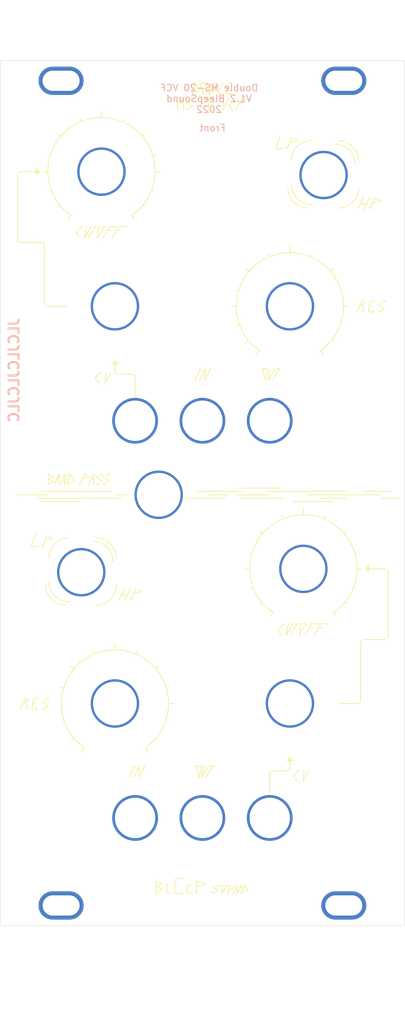
<source format=kicad_pcb>
(kicad_pcb (version 20211014) (generator pcbnew)
  (layers (0 "F.Cu" signal) (31 "B.Cu" signal) (34 "B.Paste" user) (35 "F.Paste" user) (36 "B.SilkS" user "B.Silkscreen") (37 "F.SilkS" user "F.Silkscreen") (38 "B.Mask" user) (39 "F.Mask" user) (44 "Edge.Cuts" user))
  (net 0 "")
  (net 1 "GND")
  (footprint "Synth:Doepfer Mounting hole" (layer "F.Cu") (at 71.5 36.1)
    (fp_text reference "H1" hide)
    (fp_text value "MountingHole_Pad")
    (pad "1" thru_hole oval locked (at 0 0) (size 6.7 4.2) (drill oval 5.5 3) (layers *.Cu *.Mask) (net 1 "GND"))
  )
  (footprint "Synth:Doepfer Mounting hole" (layer "F.Cu") (at 113.5 36.1)
    (fp_text reference "H2" hide)
    (fp_text value "MountingHole_Pad")
    (pad "1" thru_hole oval locked (at 0 0) (size 6.7 4.2) (drill oval 5.5 3) (layers *.Cu *.Mask) (net 1 "GND"))
  )
  (footprint "Synth:Doepfer Mounting hole" (layer "F.Cu") (at 113.5 158.6)
    (fp_text reference "H3" hide)
    (fp_text value "MountingHole_Pad")
    (pad "1" thru_hole oval locked (at 0 0) (size 6.7 4.2) (drill oval 5.5 3) (layers *.Cu *.Mask) (net 1 "GND"))
  )
  (footprint "Synth:Doepfer Mounting hole" (layer "F.Cu") (at 71.5 158.6)
    (fp_text reference "H4" hide)
    (fp_text value "MountingHole_Pad")
    (pad "1" thru_hole oval locked (at 0 0) (size 6.7 4.2) (drill oval 5.5 3) (layers *.Cu *.Mask) (net 1 "GND"))
  )
  (gr_line (start 68.5 97.1) (end 79 97.1) (layer "F.SilkS") (width 0.12))
  (gr_line (start 74.5 98.6) (end 68.5 98.6) (layer "F.SilkS") (width 0.12))
  (gr_line (start 68 98.1) (end 80.5 98.1) (layer "F.SilkS") (width 0.12))
  (gr_line (start 64.75 97.6) (end 69.5 97.6) (layer "F.SilkS") (width 0.12))
  (gr_line (start 104.5 98.1) (end 98 98.1) (layer "F.SilkS") (width 0.12))
  (gr_line (start 98.5 97.1) (end 91.5 97.1) (layer "F.SilkS") (width 0.12))
  (gr_line (start 96 98.1) (end 90 98.1) (layer "F.SilkS") (width 0.12))
  (gr_line (start 102 97.1) (end 114 97.1) (layer "F.SilkS") (width 0.12))
  (gr_line (start 86.6 155.4) (end 85.6 155) (layer "F.SilkS") (width 0.12))
  (gr_line (start 91.4 156.6) (end 91.6 156.8) (layer "F.SilkS") (width 0.12))
  (gr_line (start 96.2 155.6) (end 95.4 155.6) (layer "F.SilkS") (width 0.12))
  (gr_line (start 98.8 155.6) (end 99.2 156.4) (layer "F.SilkS") (width 0.12))
  (gr_arc (start 112.2 45.5) (mid 114.32132 46.37868) (end 115.2 48.5) (layer "F.SilkS") (width 0.12))
  (gr_arc (start 108.7 54.5) (mid 106.57868 53.62132) (end 105.7 51.5) (layer "F.SilkS") (width 0.12))
  (gr_arc (start 115.7 52) (mid 114.82132 54.12132) (end 112.7 55) (layer "F.SilkS") (width 0.12))
  (gr_arc (start 108.2 55) (mid 106.07868 54.12132) (end 105.2 52) (layer "F.SilkS") (width 0.12))
  (gr_arc (start 105.7 48) (mid 106.57868 45.87868) (end 108.7 45) (layer "F.SilkS") (width 0.12))
  (gr_arc (start 112.7 45) (mid 114.82132 45.87868) (end 115.7 48) (layer "F.SilkS") (width 0.12))
  (gr_arc (start 119.6 108.6) (mid 119.953553 108.746447) (end 120.1 109.1) (layer "F.SilkS") (width 0.12))
  (gr_line (start 115.5 128.6) (end 112.653553 128.6) (layer "F.SilkS") (width 0.12))
  (gr_arc (start 76.7 104) (mid 78.82132 104.87868) (end 79.7 107) (layer "F.SilkS") (width 0.12))
  (gr_arc (start 69.7 107) (mid 70.57868 104.87868) (end 72.7 104) (layer "F.SilkS") (width 0.12))
  (gr_arc (start 72.2 114) (mid 70.07868 113.12132) (end 69.2 111) (layer "F.SilkS") (width 0.12))
  (gr_arc (start 79.7 111) (mid 78.82132 113.12132) (end 76.7 114) (layer "F.SilkS") (width 0.12))
  (gr_arc (start 72.7 113.5) (mid 70.57868 112.62132) (end 69.7 110.5) (layer "F.SilkS") (width 0.12))
  (gr_arc (start 76.2 104.5) (mid 78.32132 105.37868) (end 79.2 107.5) (layer "F.SilkS") (width 0.12))
  (gr_line (start 116 119.6) (end 116 128.1) (layer "F.SilkS") (width 0.12))
  (gr_arc (start 116 119.6) (mid 116.146447 119.246447) (end 116.5 119.1) (layer "F.SilkS") (width 0.12))
  (gr_line (start 117.2 108.6) (end 119.613389 108.6) (layer "F.SilkS") (width 0.12))
  (gr_arc (start 116 128.1) (mid 115.853553 128.453553) (end 115.5 128.6) (layer "F.SilkS") (width 0.12))
  (gr_poly (pts (xy 116.7 108.6) (xy 117.2 108.1) (xy 117.2 109.1)) (layer "F.SilkS") (width 0.1) (fill solid))
  (gr_line (start 120.1 109.1) (end 120.1 118.6) (layer "F.SilkS") (width 0.12))
  (gr_line (start 107.125 116.75) (end 107.925 116.75) (layer "F.SilkS") (width 0.12))
  (gr_line (start 76.3 95.3) (end 76 95.3) (layer "F.SilkS") (width 0.12))
  (gr_line (start 92.2 78.9) (end 92 79) (layer "F.SilkS") (width 0.12))
  (gr_line (start 73.5 95.6) (end 72.8 94.5) (layer "F.SilkS") (width 0.12))
  (gr_line (start 96.35 38.85) (end 95.55 40.45) (layer "F.SilkS") (width 0.12))
  (gr_line (start 115.95 54.4) (end 116.8 54.4) (layer "F.SilkS") (width 0.12))
  (gr_line (start 92.2 39.55) (end 92.2 40.05) (layer "F.SilkS") (width 0.12))
  (gr_line (start 72 94.5) (end 71.5 96.1) (layer "F.SilkS") (width 0.12))
  (gr_line (start 118.75 70.5) (end 118.75 70.3) (layer "F.SilkS") (width 0.12))
  (gr_line (start 118.1 53.5) (end 119 53.9) (layer "F.SilkS") (width 0.12))
  (gr_line (start 104.575 116.75) (end 104.675 116.85) (layer "F.SilkS") (width 0.12))
  (gr_line (start 119.65 68.8) (end 118.65 69.4) (layer "F.SilkS") (width 0.12))
  (gr_line (start 110.0875 116.75) (end 111.1375 116.75) (layer "F.SilkS") (width 0.12))
  (gr_line (start 115.6 55.1) (end 115.5 55.1) (layer "F.SilkS") (width 0.12))
  (gr_line (start 82.3 139.6) (end 82.2 139.6) (layer "F.SilkS") (width 0.12))
  (gr_line (start 91.6 156.8) (end 91.6 156.6) (layer "F.SilkS") (width 0.12))
  (gr_line (start 111.89 64.072083) (end 111.54 64.392083) (layer "F.SilkS") (width 0.12))
  (gr_line (start 71.5 96.1) (end 71.4 96.1) (layer "F.SilkS") (width 0.12))
  (gr_line (start 117.95 70.4) (end 117.75 70.6) (layer "F.SilkS") (width 0.12))
  (gr_line (start 96.95 40.5) (end 97.05 40.35) (layer "F.SilkS") (width 0.12))
  (gr_arc (start 80 79.7) (mid 79.646447 79.553553) (end 79.5 79.2) (layer "F.SilkS") (width 0.12))
  (gr_line (start 93 155.4) (end 91.6 155.8) (layer "F.SilkS") (width 0.12))
  (gr_line (start 67.7 103.6) (end 67.6 103.6) (layer "F.SilkS") (width 0.12))
  (gr_line (start 122 98.1) (end 119 98.1) (layer "F.SilkS") (width 0.12))
  (gr_line (start 102.6 78.9) (end 102.3 80.6) (layer "F.SilkS") (width 0.12))
  (gr_line (start 87.6 126.172083) (end 87.14 126.312083) (layer "F.SilkS") (width 0.12))
  (gr_line (start 77.125 57.75) (end 77.925 57.75) (layer "F.SilkS") (width 0.12))
  (gr_line (start 91.1 38.75) (end 91.1 38.95) (layer "F.SilkS") (width 0.12))
  (gr_line (start 88.8 38.75) (end 88.8 40.45) (layer "F.SilkS") (width 0.12))
  (gr_line (start 70.4 95.6) (end 69.6 95.3) (layer "F.SilkS") (width 0.12))
  (gr_line (start 68.5 60.1) (end 65.5 60.1) (layer "F.SilkS") (width 0.12))
  (gr_arc (start 73 56.1) (mid 77.5 41.562851) (end 82 56.1) (layer "F.SilkS") (width 0.12))
  (gr_line (start 96.2 36.8) (end 96 38.1) (layer "F.SilkS") (width 0.12))
  (gr_line (start 90.2 40.45) (end 90.4 40.45) (layer "F.SilkS") (width 0.12))
  (gr_poly (pts (xy 106 137.1) (xy 105 137.1) (xy 105.5 136.6)) (layer "F.SilkS") (width 0.1) (fill solid))
  (gr_line (start 115.3 111.4) (end 114.99 111.29) (layer "F.SilkS") (width 0.12))
  (gr_line (start 67.8 49.6) (end 65.5 49.6) (layer "F.SilkS") (width 0.12))
  (gr_line (start 85.3 52.4) (end 84.99 52.29) (layer "F.SilkS") (width 0.12))
  (gr_line (start 118.65 69.4) (end 119.55 69.9) (layer "F.SilkS") (width 0.12))
  (gr_line (start 74.225 59.45) (end 74.325 59.35) (layer "F.SilkS") (width 0.12))
  (gr_line (start 109.675 116.85) (end 109.775 116.75) (layer "F.SilkS") (width 0.12))
  (gr_line (start 107.925 116.75) (end 106.875 118.45) (layer "F.SilkS") (width 0.12))
  (gr_line (start 101.4 78.9) (end 102.3 78.9) (layer "F.SilkS") (width 0.12))
  (gr_line (start 104 96.6) (end 98 96.6) (layer "F.SilkS") (width 0.12))
  (gr_line (start 92.6 38.1) (end 92.1 36.4) (layer "F.SilkS") (width 0.12))
  (gr_line (start 66.25 127.7) (end 65.45 129.4) (layer "F.SilkS") (width 0.12))
  (gr_line (start 69.65 127.8) (end 69.45 127.7) (layer "F.SilkS") (width 0.12))
  (gr_line (start 108.8 61.872083) (end 108.64 62.252083) (layer "F.SilkS") (width 0.12))
  (gr_line (start 97.8 155.6) (end 97 156.8) (layer "F.SilkS") (width 0.12))
  (gr_line (start 112 98.6) (end 106 98.6) (layer "F.SilkS") (width 0.12))
  (gr_line (start 88.8 154.6) (end 89.6 154.6) (layer "F.SilkS") (width 0.12))
  (gr_line (start 93.6 137.9) (end 94.3 137.9) (layer "F.SilkS") (width 0.12))
  (gr_line (start 69.5 69.6) (end 72.346447 69.6) (layer "F.SilkS") (width 0.12))
  (gr_line (start 73.725 58.7) (end 74.225 59.45) (layer "F.SilkS") (width 0.12))
  (gr_line (start 98.4 155.6) (end 98.2 155.6) (layer "F.SilkS") (width 0.12))
  (gr_line (start 92.2 40.05) (end 93 40.45) (layer "F.SilkS") (width 0.12))
  (gr_line (start 93 36.4) (end 92.6 38.1) (layer "F.SilkS") (width 0.12))
  (gr_line (start 107.6 138.5) (end 107.5 140.1) (layer "F.SilkS") (width 0.12))
  (gr_line (start 90.2 40.45) (end 90.2 40.25) (layer "F.SilkS") (width 0.12))
  (gr_line (start 81.5 97.6) (end 79.5 97.6) (layer "F.SilkS") (width 0.12))
  (gr_line (start 111.93 74.812083) (end 111.69 74.612083) (layer "F.SilkS") (width 0.12))
  (gr_line (start 77.35 79.4) (end 76.55 80.3) (layer "F.SilkS") (width 0.12))
  (gr_arc (start 103 115.1) (mid 107.5 100.562851) (end 112 115.1) (layer "F.SilkS") (width 0.12))
  (gr_line (start 68.7 105.3) (end 68.6 105.1) (layer "F.SilkS") (width 0.12))
  (gr_line (start 104.975 118.45) (end 105.975 116.75) (layer "F.SilkS") (width 0.12))
  (gr_line (start 116.4 53.5) (end 116.3 53.5) (layer "F.SilkS") (width 0.12))
  (gr_line (start 108.4 117.3) (end 108.925 117.3) (layer "F.SilkS") (width 0.12))
  (gr_line (start 116.55 69.9) (end 116.35 70.4) (layer "F.SilkS") (width 0.12))
  (gr_line (start 78.825 58.4) (end 78.925 58.3) (layer "F.SilkS") (width 0.12))
  (gr_line (start 108.725 116.75) (end 109.775 116.75) (layer "F.SilkS") (width 0.12))
  (gr_line (start 97.6 156.8) (end 98.4 155.6) (layer "F.SilkS") (width 0.12))
  (gr_line (start 81 113.2) (end 80.9 113.2) (layer "F.SilkS") (width 0.12))
  (gr_line (start 87.2 156.8) (end 87.8 156.8) (layer "F.SilkS") (width 0.12))
  (gr_line (start 78.725 57.75) (end 77.725 59.45) (layer "F.SilkS") (width 0.12))
  (gr_line (start 81.8 111.6) (end 81.7 111.6) (layer "F.SilkS") (width 0.12))
  (gr_line (start 110.8 100.8) (end 110.64 101.18) (layer "F.SilkS") (width 0.12))
  (gr_line (start 117.95 70.4) (end 117.75 70.2) (layer "F.SilkS") (width 0.12))
  (gr_line (start 101.9 80.6) (end 101.4 78.9) (layer "F.SilkS") (width 0.12))
  (gr_line (start 75.9 94.9) (end 74.7 95.2) (layer "F.SilkS") (width 0.12))
  (gr_line (start 75 94.5) (end 74.3 96.1) (layer "F.SilkS") (width 0.12))
  (gr_line (start 67.95 129.4) (end 67.75 129.6) (layer "F.SilkS") (width 0.12))
  (gr_line (start 92.7 137.9) (end 92.4 139.6) (layer "F.SilkS") (width 0.12))
  (gr_line (start 78.7 94.5) (end 77.7 95) (layer "F.SilkS") (width 0.12))
  (gr_line (start 75 135.172083) (end 74.54 135.762083) (layer "F.SilkS") (width 0.12))
  (gr_line (start 106.8 138.5) (end 106.9 138.6) (layer "F.SilkS") (width 0.12))
  (gr_line (start 89.7 38.75) (end 89.5 38.65) (layer "F.SilkS") (width 0.12))
  (gr_line (start 104.05 44.5) (end 103.35 46.2) (layer "F.SilkS") (width 0.12))
  (gr_line (start 90.2 155.6) (end 91 155.6) (layer "F.SilkS") (width 0.12))
  (gr_line (start 92.2 38.75) (end 93 38.85) (layer "F.SilkS") (width 0.12))
  (gr_line (start 83.1 139.6) (end 83.9 137.9) (layer "F.SilkS") (width 0.12))
  (gr_line (start 99 64.072083) (end 99.41 64.422083) (layer "F.SilkS") (width 0.12))
  (gr_line (start 98.8 155.6) (end 98.2 156.8) (layer "F.SilkS") (width 0.12))
  (gr_arc (start 75 135.172083) (mid 79.5 120.634934) (end 84 135.172083) (layer "F.SilkS") (width 0.12))
  (gr_line (start 92.1 80.6) (end 92 80.6) (layer "F.SilkS") (width 0.12))
  (gr_line (start 77.8 96.1) (end 78 96.1) (layer "F.SilkS") (width 0.12))
  (gr_line (start 75.275 57.75) (end 74.975 59.45) (layer "F.SilkS") (width 0.12))
  (gr_line (start 76.875 59.45) (end 77.125 57.75) (layer "F.SilkS") (width 0.12))
  (gr_line (start 113.6 67.172083) (end 113.14 67.312083) (layer "F.SilkS") (width 0.12))
  (gr_line (start 98.79 108.6) (end 99.561612 108.6) (layer "F.SilkS") (width 0.12))
  (gr_line (start 73 133.972083) (end 73.35 133.682083) (layer "F.SilkS") (width 0.12))
  (gr_line (start 95.5 36.4) (end 95.4 36.4) (layer "F.SilkS") (width 0.12))
  (gr_line (start 119.55 69.9) (end 118.75 70.5) (layer "F.SilkS") (width 0.12))
  (gr_arc (start 102.5 139.1) (mid 102.646447 138.746447) (end 103 138.6) (layer "F.SilkS") (width 0.12))
  (gr_line (start 83.5 112) (end 82.3 112.3) (layer "F.SilkS") (width 0.12))
  (gr_line (start 85.89 123.072083) (end 85.54 123.392083) (layer "F.SilkS") (width 0.12))
  (gr_line (start 116.65 69.3) (end 115.95 69.4) (layer "F.SilkS") (width 0.12))
  (gr_line (start 78.7 94.5) (end 78.5 94.4) (layer "F.SilkS") (width 0.12))
  (gr_line (start 77.05 81) (end 77.15 80.9) (layer "F.SilkS") (width 0.12))
  (gr_line (start 78.15 79.4) (end 78.05 81) (layer "F.SilkS") (width 0.12))
  (gr_line (start 102.5 142.1) (end 102.5 139.1) (layer "F.SilkS") (width 0.12))
  (gr_line (start 119.65 68.8) (end 119.65 69) (layer "F.SilkS") (width 0.12))
  (gr_line (start 87.2 155.4) (end 87.2 156.8) (layer "F.SilkS") (width 0.12))
  (gr_line (start 67.35 128.2) (end 67.15 129.4) (layer "F.SilkS") (width 0.12))
  (gr_line (start 101 113.9) (end 101.35 113.61) (layer "F.SilkS") (width 0.12))
  (gr_line (start 103.5 78.9) (end 104.2 78.9) (layer "F.SilkS") (width 0.12))
  (gr_line (start 97.5 69.6) (end 96.728388 69.6) (layer "F.SilkS") (width 0.12))
  (gr_line (start 94 137.9) (end 93 139.6) (layer "F.SilkS") (width 0.12))
  (gr_line (start 119.6 119.1) (end 116.6 119.1) (layer "F.SilkS") (width 0.12))
  (gr_line (start 89.7 38.75) (end 89.3 39.45) (layer "F.SilkS") (width 0.12))
  (gr_line (start 92.4 139.6) (end 93.4 137.9) (layer "F.SilkS") (width 0.12))
  (gr_line (start 104.225 118.45) (end 104.325 118.35) (layer "F.SilkS") (width 0.12))
  (gr_line (start 70.4 94.9) (end 69.6 94.5) (layer "F.SilkS") (width 0.12))
  (gr_line (start 78.7 94.5) (end 78.7 94.7) (layer "F.SilkS") (width 0.12))
  (gr_line (start 69.65 127.8) (end 68.65 128.4) (layer "F.SilkS") (width 0.12))
  (gr_line (start 105.5 138.1) (end 105.5 137.1) (layer "F.SilkS") (width 0.12))
  (gr_line (start 113.93 113.74) (end 113.69 113.54) (layer "F.SilkS") (width 0.12))
  (gr_line (start 69.6 52.5) (end 70.04 52.34) (layer "F.SilkS") (width 0.12))
  (gr_line (start 88.4 155) (end 88.4 156.8) (layer "F.SilkS") (width 0.12))
  (gr_line (start 72 94.5) (end 72 96.1) (layer "F.SilkS") (width 0.12))
  (gr_line (start 83.89 44) (end 83.54 44.32) (layer "F.SilkS") (width 0.12))
  (gr_line (start 116.25 68.7) (end 116.65 69.3) (layer "F.SilkS") (width 0.12))
  (gr_line (start 108 97.6) (end 119 97.6) (layer "F.SilkS") (width 0.12))
  (gr_line (start 78.725 57.75) (end 79.775 57.75) (layer "F.SilkS") (width 0.12))
  (gr_line (start 96.2 156.8) (end 97.4 155.6) (layer "F.SilkS") (width 0.12))
  (gr_line (start 94 155.8) (end 94.8 156.4) (layer "F.SilkS") (width 0.12))
  (gr_line (start 89.3 39.45) (end 88.8 38.75) (layer "F.SilkS") (width 0.12))
  (gr_line (start 79.5 79.2) (end 79.5 78.2) (layer "F.SilkS") (width 0.12))
  (gr_line (start 103.725 117.7) (end 104.225 118.45) (layer "F.SilkS") (width 0.12))
  (gr_line (start 111.0375 116.85) (end 111.1375 116.75) (layer "F.SilkS") (width 0.12))
  (gr_line (start 102.3 61.772083) (end 102.49 62.222083) (layer "F.SilkS") (width 0.12))
  (gr_line (start 97 156.8) (end 97.2 156.8) (layer "F.SilkS") (width 0.12))
  (gr_line (start 65.95 128.4) (end 66.55 128.9) (layer "F.SilkS") (width 0.12))
  (gr_line (start 93.5 97.6) (end 96.5 97.6) (layer "F.SilkS") (width 0.12))
  (gr_line (start 69.4 103.7) (end 68.7 105.3) (layer "F.SilkS") (width 0.12))
  (gr_arc (start 67.35 128.2) (mid 67.467157 127.917157) (end 67.75 127.8) (layer "F.SilkS") (width 0.12))
  (gr_line (start 82.5 83.2) (end 82.5 80.2) (layer "F.SilkS") (width 0.12))
  (gr_line (start 89.7 38.75) (end 89.7 40.45) (layer "F.SilkS") (width 0.12))
  (gr_line (start 97.4 155.6) (end 97.2 155.6) (layer "F.SilkS") (width 0.12))
  (gr_line (start 92.9 80.6) (end 93.7 78.9) (layer "F.SilkS") (width 0.12))
  (gr_line (start 105 138.6) (end 103 138.6) (layer "F.SilkS") (width 0.12))
  (gr_line (start 95.5 36.4) (end 94.8 38.1) (layer "F.SilkS") (width 0.12))
  (gr_line (start 91.6 156.8) (end 91.8 156.6) (layer "F.SilkS") (width 0.12))
  (gr_line (start 116.25 68.7) (end 115.45 70.4) (layer "F.SilkS") (width 0.12))
  (gr_line (start 108.725 116.75) (end 107.725 118.45) (layer "F.SilkS") (width 0.12))
  (gr_line (start 96.2 37.2) (end 96.5 37.2) (layer "F.SilkS") (width 0.12))
  (gr_arc (start 101 76.172083) (mid 105.5 61.634934) (end 110 76.172083) (layer "F.SilkS") (width 0.12))
  (gr_line (start 93.4 38.1) (end 94.6 37.5) (layer "F.SilkS") (width 0.12))
  (gr_line (start 116.4 53.5) (end 115.6 55.1) (layer "F.SilkS") (width 0.12))
  (gr_line (start 73 56.1) (end 72.54 56.69) (layer "F.SilkS") (width 0.12))
  (gr_line (start 76.4 94.5) (end 76.3 96.1) (layer "F.SilkS") (width 0.12))
  (gr_line (start 94 37.1) (end 95 36.7) (layer "F.SilkS") (width 0.12))
  (gr_line (start 83.9 137.9) (end 83.8 137.9) (layer "F.SilkS") (width 0.12))
  (gr_arc (start 96.2 36.8) (mid 96.317157 36.517157) (end 96.6 36.4) (layer "F.SilkS") (width 0.12))
  (gr_line (start 83.93 54.74) (end 83.69 54.54) (layer "F.SilkS") (width 0.12))
  (gr_line (start 117.4 55.1) (end 117.3 54.9) (layer "F.SilkS") (width 0.12))
  (gr_line (start 74.575 57.75) (end 74.675 57.85) (layer "F.SilkS") (width 0.12))
  (gr_line (start 91.5 137.9) (end 92.4 137.9) (layer "F.SilkS") (width 0.12))
  (gr_line (start 98.375 39.55) (end 98.475 39.45) (layer "F.SilkS") (width 0.12))
  (gr_line (start 68.79 49.6) (end 69.561612 49.6) (layer "F.SilkS") (width 0.12))
  (gr_line (start 80.8 41.8) (end 80.64 42.18) (layer "F.SilkS") (width 0.12))
  (gr_line (start 92.9 78.9) (end 92.9 80.6) (layer "F.SilkS") (width 0.12))
  (gr_line (start 77.7 94.5) (end 76.7 95) (layer "F.SilkS") (width 0.12))
  (gr_line (start 69.4 47.1) (end 69.86 47.24) (layer "F.SilkS") (width 0.12))
  (gr_line (start 68.75 129.5) (end 68.75 129.3) (layer "F.SilkS") (width 0.12))
  (gr_line (start 69.6 96.1) (end 70.4 95.6) (layer "F.SilkS") (width 0.12))
  (gr_line (start 85.6 47.1) (end 85.14 47.24) (layer "F.SilkS") (width 0.12))
  (gr_line (start 87.3 131.472083) (end 86.99 131.362083) (layer "F.SilkS") (width 0.12))
  (gr_line (start 95.65 38.85) (end 95.55 38.85) (layer "F.SilkS") (width 0.12))
  (gr_line (start 87.2 155.4) (end 87.4 155.6) (layer "F.SilkS") (width 0.12))
  (gr_line (start 85.6 155) (end 85.6 156.8) (layer "F.SilkS") (width 0.12))
  (gr_line (start 85.6 156.8) (end 86.6 156.2) (layer "F.SilkS") (width 0.12))
  (gr_line (start 96.45 39.75) (end 96.95 40.5) (layer "F.SilkS") (width 0.12))
  (gr_arc (start 65.5 60.1) (mid 65.146447 59.953553) (end 65 59.6) (layer "F.SilkS") (width 0.12))
  (gr_line (start 77.8 96.1) (end 77.8 95.9) (layer "F.SilkS") (width 0.12))
  (gr_line (start 92.1 37.5) (end 91.4 36.4) (layer "F.SilkS") (width 0.12))
  (gr_line (start 74.3 96.1) (end 74.2 95.9) (layer "F.SilkS") (width 0.12))
  (gr_line (start 107.5 100.561611) (end 107.5 99.6) (layer "F.SilkS") (width 0.12))
  (gr_line (start 92.2 78.9) (end 92.3 79.1) (layer "F.SilkS") (width 0.12))
  (gr_line (start 69.55 128.9) (end 68.75 129.5) (layer "F.SilkS") (width 0.12))
  (gr_line (start 105.275 116.75) (end 104.975 118.45) (layer "F.SilkS") (width 0.12))
  (gr_arc (start 68.5 60.1) (mid 68.853553 60.246447) (end 69 60.6) (layer "F.SilkS") (width 0.12))
  (gr_line (start 92 139.6) (end 91.5 137.9) (layer "F.SilkS") (width 0.12))
  (gr_arc (start 65 50.1) (mid 65.146447 49.746447) (end 65.5 49.6) (layer "F.SilkS") (width 0.12))
  (gr_line (start 66.25 127.7) (end 66.65 128.3) (layer "F.SilkS") (width 0.12))
  (gr_line (start 98.35 38.85) (end 99.4 38.85) (layer "F.SilkS") (width 0.12))
  (gr_line (start 82.6 111.6) (end 81.9 113.2) (layer "F.SilkS") (width 0.12))
  (gr_line (start 102.3 80.6) (end 103.3 78.9) (layer "F.SilkS") (width 0.12))
  (gr_line (start 82.4 137.9) (end 82.5 138.1) (layer "F.SilkS") (width 0.12))
  (gr_line (start 96.35 38.85) (end 96.25 38.85) (layer "F.SilkS") (width 0.12))
  (gr_line (start 87.5 128.6) (end 88.271612 128.6) (layer "F.SilkS") (width 0.12))
  (gr_line (start 108.825 117.4) (end 108.925 117.3) (layer "F.SilkS") (width 0.12))
  (gr_line (start 95.65 38.85) (end 95.55 40.45) (layer "F.SilkS") (width 0.12))
  (gr_line (start 92.4 137.9) (end 92 139.6) (layer "F.SilkS") (width 0.12))
  (gr_line (start 117.3 53.5) (end 117.2 53.5) (layer "F.SilkS") (width 0.12))
  (gr_arc (start 105.5 138.1) (mid 105.353553 138.453553) (end 105 138.6) (layer "F.SilkS") (width 0.12))
  (gr_arc (start 88.4 155) (mid 88.517157 154.717157) (end 88.8 154.6) (layer "F.SilkS") (width 0.12))
  (gr_line (start 69.6 94.5) (end 69.6 96.1) (layer "F.SilkS") (width 0.12))
  (gr_line (start 67.95 129.4) (end 67.75 129.2) (layer "F.SilkS") (width 0.12))
  (gr_line (start 90.2 156.8) (end 91 156.8) (layer "F.SilkS") (width 0.12))
  (gr_line (start 117.15 70.4) (end 117.85 70.4) (layer "F.SilkS") (width 0.12))
  (gr_line (start 93.3 36.4) (end 93 38.1) (layer "F.SilkS") (width 0.12))
  (gr_line (start 105.05 46.2) (end 104.95 46) (layer "F.SilkS") (width 0.12))
  (gr_line (start 76.8 96.1) (end 77 96.1) (layer "F.SilkS") (width 0.12))
  (gr_line (start 94 156.8) (end 94 156.6) (layer "F.SilkS") (width 0.12))
  (gr_line (start 106.875 118.45) (end 107.125 116.75) (layer "F.SilkS") (width 0.12))
  (gr_line (start 68.75 129.5) (end 68.95 129.5) (layer "F.SilkS") (width 0.12))
  (gr_line (start 79.7625 58.3) (end 80.2875 58.3) (layer "F.SilkS") (width 0.12))
  (gr_line (start 96.6 155.6) (end 96.4 155.6) (layer "F.SilkS") (width 0.12))
  (gr_line (start 80.1875 58.4) (end 80.2875 58.3) (layer "F.SilkS") (width 0.12))
  (gr_line (start 99.3 38.95) (end 99.4 38.85) (layer "F.SilkS") (width 0.12))
  (gr_line (start 90.2 155.6) (end 90.2 156.8) (layer "F.SilkS") (width 0.12))
  (gr_line (start 98.05 39.45) (end 98.475 39.45) (layer "F.SilkS") (width 0.12))
  (gr_line (start 88.4 156.8) (end 89.6 156.8) (layer "F.SilkS") (width 0.12))
  (gr_line (start 116.5 55.1) (end 116.4 55.1) (layer "F.SilkS") (width 0.12))
  (gr_line (start 82.8 120.872083) (end 82.64 121.252083) (layer "F.SilkS") (width 0.12))
  (gr_line (start 71.6 131.572083) (end 72.04 131.412083) (layer "F.SilkS") (width 0.12))
  (gr_line (start 119 53.9) (end 117.8 54.2) (layer "F.SilkS") (width 0.12))
  (gr_line (start 94.8 156.4) (end 94 156.8) (layer "F.SilkS") (width 0.12))
  (gr_line (start 77.35 79.4) (end 77.45 79.5) (layer "F.SilkS") (width 0.12))
  (gr_line (start 72.4 96.1) (end 73.5 95.6) (layer "F.SilkS") (width 0.12))
  (gr_line (start 106.65 45) (end 105.45 45.3) (layer "F.SilkS") (width 0.12))
  (gr_line (start 87.2 155.4) (end 87 155.6) (layer "F.SilkS") (width 0.12))
  (gr_line (start 103 115.1) (end 102.54 115.69) (layer "F.SilkS") (width 0.12))
  (gr_line (start 76.55 80.3) (end 77.05 81) (layer "F.SilkS") (width 0.12))
  (gr_line (start 120.5 97.1) (end 116.5 97.1) (layer "F.SilkS") (width 0.12))
  (gr_line (start 104.05 44.5) (end 103.95 44.5) (layer "F.SilkS") (width 0.12))
  (gr_line (start 72.5 94.5) (end 72.4 94.5) (layer "F.SilkS") (width 0.12))
  (gr_line (start 112 115.1) (end 112.45 115.71) (layer "F.SilkS") (width 0.12))
  (gr_line (start 91.6 155) (end 91.6 156.8) (layer "F.SilkS") (width 0.12))
  (gr_line (start 106.5 140.1) (end 106.6 140) (layer "F.SilkS") (width 0.12))
  (gr_line (start 74.575 57.75) (end 73.725 58.7) (layer "F.SilkS") (width 0.12))
  (gr_line (start 67.15 129.4) (end 67.85 129.4) (layer "F.SilkS") (width 0.12))
  (gr_line (start 74.975 59.45) (end 75.975 57.75) (layer "F.SilkS") (width 0.12))
  (gr_line (start 107.6 138.5) (end 107.5 138.5) (layer "F.SilkS") (width 0.12))
  (gr_line (start 115.6 106.1) (end 115.14 106.24) (layer "F.SilkS") (width 0.12))
  (gr_line (start 95 36.7) (end 94.4 36.4) (layer "F.SilkS") (width 0.12))
  (gr_line (start 104.3 100.7) (end 104.49 101.15) (layer "F.SilkS") (width 0.12))
  (gr_line (start 73 123.072083) (end 73.41 123.422083) (layer "F.SilkS") (width 0.12))
  (gr_line (start 96.8 38.1) (end 96.6 38.3) (layer "F.SilkS") (width 0.12))
  (gr_line (start 106 139.4) (end 106.5 140.1) (layer "F.SilkS") (width 0.12))
  (gr_line (start 67.35 128.6) (end 67.65 128.6) (layer "F.SilkS") (width 0.12))
  (gr_line (start 94.1 38.75) (end 94 40.45) (layer "F.SilkS") (width 0.12))
  (gr_line (start 90.2 156.2) (end 90.4 156.2) (layer "F.SilkS") (width 0.12))
  (gr_line (start 95.4 155.6) (end 95.4 156.8) (layer "F.SilkS") (width 0.12))
  (gr_line (start 91 39.85) (end 90.2 40.45) (layer "F.SilkS") (width 0.12))
  (gr_line (start 119.65 68.8) (end 119.45 68.7) (layer "F.SilkS") (width 0.12))
  (gr_line (start 78.85 79.4) (end 78.75 79.4) (layer "F.SilkS") (width 0.12))
  (gr_line (start 66.55 128.9) (end 66.35 129.4) (layer "F.SilkS") (width 0.12))
  (gr_line (start 74.5 96) (end 74.3 96.1) (layer "F.SilkS") (width 0.12))
  (gr_line (start 82 56.1) (end 82.45 56.71) (layer "F.SilkS") (width 0.12))
  (gr_line (start 93 39.35) (end 92.2 39.55) (layer "F.SilkS") (width 0.12))
  (gr_line (start 101 103) (end 101.41 103.35) (layer "F.SilkS") (width 0.12))
  (gr_line (start 103.35 46.2) (end 104.45 46.2) (layer "F.SilkS") (width 0.12))
  (gr_line (start 113.5 69.6) (end 114.271612 69.6) (layer "F.SilkS") (width 0.12))
  (gr_line (start 80.1 113.2) (end 80 113.2) (layer "F.SilkS") (width 0.12))
  (gr_line (start 71.25 94.5) (end 71.15 96.1) (layer "F.SilkS") (width 0.12))
  (gr_poly (pts (xy 68.3 49.6) (xy 67.8 50.1) (xy 67.8 49.1)) (layer "F.SilkS") (width 0.1) (fill solid))
  (gr_line (start 91.6 155) (end 93 155.4) (layer "F.SilkS") (width 0.12))
  (gr_line (start 117.35 69.6) (end 117.65 69.6) (layer "F.SilkS") (width 0.12))
  (gr_line (start 66.65 128.3) (end 65.95 128.4) (layer "F.SilkS") (width 0.12))
  (gr_line (start 91.1 38.75) (end 90.1 39.35) (layer "F.SilkS") (width 0.12))
  (gr_line (start 99.4 106.1) (end 99.86 106.24) (layer "F.SilkS") (width 0.12))
  (gr_line (start 71 44) (end 71.41 44.35) (layer "F.SilkS") (width 0.12))
  (gr_line (start 76.575 57.75) (end 75.575 59.45) (layer "F.SilkS") (width 0.12))
  (gr_line (start 80.9 111.6) (end 80.1 113.2) (layer "F.SilkS") (width 0.12))
  (gr_line (start 102.3 78.9) (end 101.9 80.6) (layer "F.SilkS") (width 0.12))
  (gr_line (start 85.444194 49.6) (end 86.215806 49.6) (layer "F.SilkS") (width 0.12))
  (gr_line (start 74.3 41.7) (end 74.49 42.15) (layer "F.SilkS") (width 0.12))
  (gr_line (start 93 38.85) (end 93 39.35) (layer "F.SilkS") (width 0.12))
  (gr_line (start 96.8 38.1) (end 96.6 37.9) (layer "F.SilkS") (width 0.12))
  (gr_line (start 76.7 95) (end 77.6 95.5) (layer "F.SilkS") (width 0.12))
  (gr_line (start 76.175 57.75) (end 76.875 57.75) (layer "F.SilkS") (width 0.12))
  (gr_line (start 117.75 68.8) (end 118.15 68.8) (layer "F.SilkS") (width 0.12))
  (gr_line (start 91.5 39.75) (end 91.9 39.75) (layer "F.SilkS") (width 0.12))
  (gr_line (start 115.444194 108.6) (end 116.215806 108.6) (layer "F.SilkS") (width 0.12))
  (gr_line (start 95 155.6) (end 94 155.8) (layer "F.SilkS") (width 0.12))
  (gr_line (start 92.1 36.4) (end 93 36.4) (layer "F.SilkS") (width 0.12))
  (gr_line (start 81.0375 57.85) (end 81.1375 57.75) (layer "F.SilkS") (width 0.12))
  (gr_line (start 77.7 94.5) (end 77.7 94.7) (layer "F.SilkS") (width 0.12))
  (gr_line (start 78.4 58.3) (end 78.925 58.3) (layer "F.SilkS") (width 0.12))
  (gr_line (start 118.75 70.5) (end 118.95 70.5) (layer "F.SilkS") (width 0.12))
  (gr_line (start 117.35 69.2) (end 117.15 70.4) (layer "F.SilkS") (width 0.12))
  (gr_line (start 76.3 120.772083) (end 76.49 121.222083) (layer "F.SilkS") (width 0.12))
  (gr_line (start 92.1 80.6) (end 92.9 78.9) (layer "F.SilkS") (width 0.12))
  (gr_line (start 82.1 113.1) (end 81.9 113.2) (layer "F.SilkS") (width 0.12))
  (gr_line (start 95 155.6) (end 95 155.8) (layer "F.SilkS") (width 0.12))
  (gr_line (start 96 38.1) (end 96.7 38.1) (layer "F.SilkS") (width 0.12))
  (gr_line (start 77.5 41.561611) (end 77.5 40.6) (layer "F.SilkS") (width 0.12))
  (gr_poly (pts (xy 80 78.2) (xy 79 78.2) (xy 79.5 77.7)) (layer "F.SilkS") (width 0.1) (fill solid))
  (gr_line (start 94.4 36.4) (end 93.4 38.1) (layer "F.SilkS") (width 0.12))
  (gr_line (start 94.6 37.5) (end 94 37.1) (layer "F.SilkS") (width 0.12))
  (gr_line (start 82.6 111.6) (end 83.5 112) (layer "F.SilkS") (width 0.12))
  (gr_line (start 93.5 38.75) (end 94.1 38.75) (layer "F.SilkS") (width 0.12))
  (gr_line (start 97.25 38.85) (end 97.35 38.95) (layer "F.SilkS") (width 0.12))
  (gr_line (start 110 76.172083) (end 110.45 76.782083) (layer "F.SilkS") (width 0.12))
  (gr_line (start 90.1 39.35) (end 91 39.85) (layer "F.SilkS") (width 0.12))
  (gr_line (start 69.65 127.8) (end 69.65 128) (layer "F.SilkS") (width 0.12))
  (gr_line (start 104.575 116.75) (end 103.725 117.7) (layer "F.SilkS") (width 0.12))
  (gr_line (start 80.9 111.6) (end 80.8 111.6) (layer "F.SilkS") (width 0.12))
  (gr_line (start 70.3 104.1) (end 69.1 104.4) (layer "F.SilkS") (width 0.12))
  (gr_line (start 96.6 36.4) (end 97 36.4) (layer "F.SilkS") (width 0.12))
  (gr_line (start 67.7 103.6) (end 67 105.3) (layer "F.SilkS") (width 0.12))
  (gr_line (start 113.3 72.472083) (end 112.99 72.362083) (layer "F.SilkS") (width 0.12))
  (gr_line (start 93.4 40.45) (end 93.5 38.75) (layer "F.SilkS") (width 0.12))
  (gr_line (start 65 50.1) (end 65 59.6) (layer "F.SilkS") (width 0.12))
  (gr_line (start 98.35 38.85) (end 97.35 40.5) (layer "F.SilkS") (width 0.12))
  (gr_line (start 103.9 78.9) (end 102.9 80.6) (layer "F.SilkS") (width 0.12))
  (gr_line (start 82.3 139.6) (end 83.1 137.9) (layer "F.SilkS") (width 0.12))
  (gr_line (start 91 38.1) (end 92.1 37.5) (layer "F.SilkS") (width 0.12))
  (gr_line (start 106.175 116.75) (end 106.875 116.75) (layer "F.SilkS") (width 0.12))
  (gr_line (start 97.25 38.85) (end 96.45 39.75) (layer "F.SilkS") (width 0.12))
  (gr_line (start 94.8 38.1) (end 95.6 38.1) (layer "F.SilkS") (width 0.12))
  (gr_line (start 68.9 105.2) (end 68.7 105.3) (layer "F.SilkS") (width 0.12))
  (gr_line (start 71.4 126.172083) (end 71.86 126.312083) (layer "F.SilkS") (width 0.12))
  (gr_line (start 106.8 138.5) (end 106 139.4) (layer "F.SilkS") (width 0.12))
  (gr_line (start 96.6 155.6) (end 96.2 156.8) (layer "F.SilkS") (width 0.12))
  (gr_line (start 84 135.172083) (end 84.45 135.782083) (layer "F.SilkS") (width 0.12))
  (gr_line (start 118.1 53.5) (end 117.4 55.1) (layer "F.SilkS") (width 0.12))
  (gr_line (start 71 54.9) (end 71.35 54.61) (layer "F.SilkS") (width 0.12))
  (gr_line (start 106.575 116.75) (end 105.575 118.45) (layer "F.SilkS") (width 0.12))
  (gr_line (start 101 76.172083) (end 100.54 76.762083) (layer "F.SilkS") (width 0.12))
  (gr_line (start 110.1875 117.4) (end 110.2875 117.3) (layer "F.SilkS") (width 0.12))
  (gr_line (start 105.5 61.633694) (end 105.5 60.672083) (layer "F.SilkS") (width 0.12))
  (gr_line (start 69.4 103.7) (end 70.3 104.1) (layer "F.SilkS") (width 0.12))
  (gr_line (start 89.6 156.8) (end 89.4 156.6) (layer "F.SilkS") (width 0.12))
  (gr_line (start 108.3 138.5) (end 108.2 138.5) (layer "F.SilkS") (width 0.12))
  (gr_line (start 110.0875 116.75) (end 109.0875 118.45) (layer "F.SilkS") (width 0.12))
  (gr_line (start 91.1 38.75) (end 90.9 38.65) (layer "F.SilkS") (width 0.12))
  (gr_line (start 72.8 94.5) (end 72.4 96.1) (layer "F.SilkS") (width 0.12))
  (gr_line (start 67 105.3) (end 68.1 105.3) (layer "F.SilkS") (width 0.12))
  (gr_line (start 83.1 137.9) (end 83.1 139.6) (layer "F.SilkS") (width 0.12))
  (gr_line (start 86.6 156.2) (end 85.6 155.8) (layer "F.SilkS") (width 0.12))
  (gr_line (start 99.6 111.5) (end 100.04 111.34) (layer "F.SilkS") (width 0.12))
  (gr_line (start 69.6 95.3) (end 70.4 94.9) (layer "F.SilkS") (width 0.12))
  (gr_line (start 78.85 79.4) (end 78.05 81) (layer "F.SilkS") (width 0.12))
  (gr_line (start 76.8 96.1) (end 76.8 95.9) (layer "F.SilkS") (width 0.12))
  (gr_line (start 75 94.5) (end 75.9 94.9) (layer "F.SilkS") (width 0.12))
  (gr_line (start 77.7 94.5) (end 77.5 94.4) (layer "F.SilkS") (width 0.12))
  (gr_line (start 105.25 46.1) (end 105.05 46.2) (layer "F.SilkS") (width 0.12))
  (gr_line (start 117.6 55) (end 117.4 55.1) (layer "F.SilkS") (width 0.12))
  (gr_line (start 89.6 156.8) (end 89.4 157) (layer "F.SilkS") (width 0.12))
  (gr_line (start 93 38.1) (end 94 36.4) (layer "F.SilkS") (width 0.12))
  (gr_line (start 105.75 44.6) (end 106.65 45) (layer "F.SilkS") (width 0.12))
  (gr_line (start 99 74.972083) (end 99.35 74.682083) (layer "F.SilkS") (width 0.12))
  (gr_line (start 88.8 38.75) (end 88.6 38.65) (layer "F.SilkS") (width 0.12))
  (gr_line (start 82.4 137.9) (end 82.2 138) (layer "F.SilkS") (width 0.12))
  (gr_line (start 117.3 53.5) (end 116.5 55.1) (layer "F.SilkS") (width 0.12))
  (gr_line (start 76.4 94.5) (end 75.6 96.1) (layer "F.SilkS") (width 0.12))
  (gr_line (start 88.4 155.6) (end 88.8 155.6) (layer "F.SilkS") (width 0.12))
  (gr_line (start 98.2 156.8) (end 99.2 156.4) (layer "F.SilkS") (width 0.12))
  (gr_line (start 81.6 139.6) (end 82.4 137.9) (layer "F.SilkS") (width 0.12))
  (gr_line (start 80.0875 57.75) (end 81.1375 57.75) (layer "F.SilkS") (width 0.12))
  (gr_line (start 109.7625 117.3) (end 110.2875 117.3) (layer "F.SilkS") (width 0.12))
  (gr_line (start 71.25 94.5) (end 70.45 96.1) (layer "F.SilkS") (width 0.12))
  (gr_line (start 69 60.6) (end 69 69.1) (layer "F.SilkS") (width 0.12))
  (gr_line (start 91.4 36.4) (end 91 38.1) (layer "F.SilkS") (width 0.12))
  (gr_line (start 108.3 138.5) (end 107.5 140.1) (layer "F.SilkS") (width 0.12))
  (gr_line (start 94 40.45) (end 93.4 40.45) (layer "F.SilkS") (width 0.12))
  (gr_arc (start 82 79.7) (mid 82.353553 79.846447) (end 82.5 80.2) (layer "F.SilkS") (width 0.12))
  (gr_line (start 82.1 79.7) (end 80 79.7) (layer "F.SilkS") (width 0.12))
  (gr_line (start 97.5 97.6) (end 102.5 97.6) (layer "F.SilkS") (width 0.12))
  (gr_line (start 77.6 95.5) (end 76.8 96.1) (layer "F.SilkS") (width 0.12))
  (gr_line (start 115.95 69.4) (end 116.55 69.9) (layer "F.SilkS") (width 0.12))
  (gr_arc (start 117.35 69.2) (mid 117.467157 68.917157) (end 117.75 68.8) (layer "F.SilkS") (width 0.12))
  (gr_line (start 97.8 155.6) (end 97.6 156.8) (layer "F.SilkS") (width 0.12))
  (gr_line (start 79.675 57.85) (end 79.775 57.75) (layer "F.SilkS") (width 0.12))
  (gr_line (start 80.45 112.5) (end 81.3 112.5) (layer "F.SilkS") (width 0.12))
  (gr_line (start 81.9 113.2) (end 81.8 113) (layer "F.SilkS") (width 0.12))
  (gr_line (start 79.5 120.633694) (end 79.5 119.672083) (layer "F.SilkS") (width 0.12))
  (gr_line (start 114 98.1) (end 110 98.1) (layer "F.SilkS") (width 0.12))
  (gr_line (start 78.6 95.5) (end 77.8 96.1) (layer "F.SilkS") (width 0.12))
  (gr_arc (start 69.5 69.6) (mid 69.146447 69.453553) (end 69 69.1) (layer "F.SilkS") (width 0.12))
  (gr_line (start 72.5 94.5) (end 72 96.1) (layer "F.SilkS") (width 0.12))
  (gr_line (start 97.4 67.172083) (end 97.86 67.312083) (layer "F.SilkS") (width 0.12))
  (gr_line (start 68.65 128.4) (end 69.55 128.9) (layer "F.SilkS") (width 0.12))
  (gr_line (start 71.15 95.3) (end 70.85 95.3) (layer "F.SilkS") (width 0.12))
  (gr_line (start 85.93 133.812083) (end 85.69 133.612083) (layer "F.SilkS") (width 0.12))
  (gr_line (start 85.6 155.8) (end 86.6 155.4) (layer "F.SilkS") (width 0.12))
  (gr_line (start 77.7 95) (end 78.6 95.5) (layer "F.SilkS") (width 0.12))
  (gr_line (start 105.75 44.6) (end 105.05 46.2) (layer "F.SilkS") (width 0.12))
  (gr_line (start 91.4 80.6) (end 92.2 78.9) (layer "F.SilkS") (width 0.12))
  (gr_line (start 93.7 78.9) (end 93.6 78.9) (layer "F.SilkS") (width 0.12))
  (gr_line (start 113.89 103) (end 113.54 103.32) (layer "F.SilkS") (width 0.12))
  (gr_line (start 77.925 57.75) (end 76.875 59.45) (layer "F.SilkS") (width 0.12))
  (gr_line (start 95.4 156.8) (end 96.2 155.6) (layer "F.SilkS") (width 0.12))
  (gr_line (start 78.15 79.4) (end 78.05 79.4) (layer "F.SilkS") (width 0.12))
  (gr_arc (start 120.1 118.6) (mid 119.953553 118.953553) (end 119.6 119.1) (layer "F.SilkS") (width 0.12))
  (gr_line (start 80.0875 57.75) (end 79.0875 59.45) (layer "F.SilkS") (width 0.12))
  (gr_line (start 67.75 127.8) (end 68.15 127.8) (layer "F.SilkS") (width 0.12))
  (gr_line (start 97.6 72.572083) (end 98.04 72.412083) (layer "F.SilkS") (width 0.12))
  (gr_line (start 81.8 111.6) (end 81 113.2) (layer "F.SilkS") (width 0.12))
  (gr_line (start 122.5 33.1) (end 122.5 161.6) (layer "Edge.Cuts") (width 0.05))
  (gr_line (start 62.5 161.6) (end 62.499999 157.100001) (layer "Edge.Cuts") (width 0.05))
  (gr_line (start 62.5 33.1) (end 62.499999 157.100001) (layer "Edge.Cuts") (width 0.05))
  (gr_line (start 122.5 161.6) (end 62.5 161.6) (layer "Edge.Cuts") (width 0.05))
  (gr_line (start 62.5 33.1) (end 122.5 33.1) (layer "Edge.Cuts") (width 0.05))
  (gr_text "Double MS-20 VCF\nV1.2 BleepSound\n2022" (at 93.5 38.75) (layer "B.SilkS") (effects (font (size 1 1)) (justify mirror)))
  (gr_text "Front\n" (at 94 43.1) (layer "B.SilkS") (effects (font (size 1 1)) (justify mirror)))
  (gr_text "JLCJLCJLCJLC" (at 64.5 79.1 -270) (layer "B.SilkS") (effects (font (size 1.5 1.5) (thickness 0.3)) (justify mirror)))
  (via (at 86 97.6) (size 7.2) (drill 6.5) (layers "F.Cu" "B.Cu") (net 1))
  (via (at 82.5 86.6) (size 6.8) (drill 6) (layers "F.Cu" "B.Cu") (net 1))
  (via (at 92.5 86.6) (size 6.8) (drill 6) (layers "F.Cu" "B.Cu") (net 1))
  (via (at 102.5 86.6) (size 6.8) (drill 6) (layers "F.Cu" "B.Cu") (net 1))
  (via (at 110.5 50.1) (size 7.2) (drill 6.5) (layers "F.Cu" "B.Cu") (net 1))
  (via (at 74.5 109.1) (size 7.2) (drill 6.5) (layers "F.Cu" "B.Cu") (net 1))
  (via (at 105.5 128.6) (size 7.2) (drill 6.5) (layers "F.Cu" "B.Cu") (net 1))
  (via (at 79.5 128.6) (size 7.2) (drill 6.5) (layers "F.Cu" "B.Cu") (net 1))
  (via (at 107.5 108.6) (size 7.2) (drill 6.5) (layers "F.Cu" "B.Cu") (net 1))
  (via (at 92.5 145.6) (size 6.8) (drill 6) (layers "F.Cu" "B.Cu") (net 1))
  (via (at 82.5 145.6) (size 6.8) (drill 6) (layers "F.Cu" "B.Cu") (net 1))
  (via (at 102.5 145.6) (size 6.8) (drill 6) (layers "F.Cu" "B.Cu") (net 1))
  (via (at 105.5 69.6) (size 7.2) (drill 6.5) (layers "F.Cu" "B.Cu") (net 1))
  (via (at 79.5 69.6) (size 7.2) (drill 6.5) (layers "F.Cu" "B.Cu") (net 1))
  (via (at 77.5 49.6) (size 7.2) (drill 6.5) (layers "F.Cu" "B.Cu") (net 1))
)
</source>
